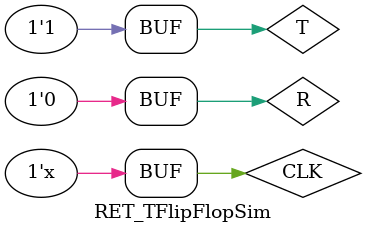
<source format=v>
`timescale 1ns / 1ps


module RET_TFlipFlopSim(    );

    wire Q;
    reg CLK, T, R;
    
    RET_TFlipFlop UUT(.T(T), .CLK(CLK), .R(R), .Q(Q));
    always
    begin
        #10 CLK= ~CLK;
    end
    
    initial begin
        CLK=0;
        R=1;
        T=0;
        #7;
        R=0;
        T=1;
        #20;
        T=0;
        #20;
        T=1;
    end
endmodule

</source>
